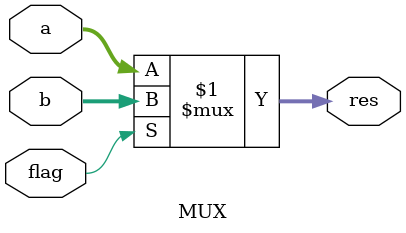
<source format=v>
`timescale 1ns / 1ps


module MUX(flag,a,b,res);
    input [31:0]a,b;
    input flag;
    output [31:0]res;
    assign res=(flag)?b:a;
endmodule

</source>
